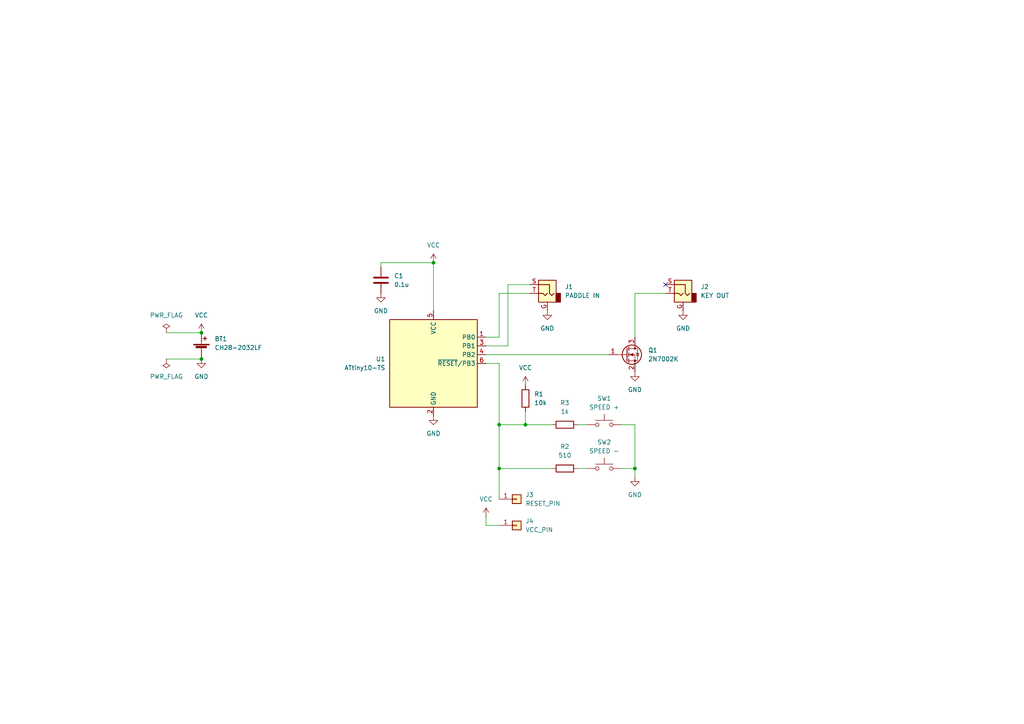
<source format=kicad_sch>
(kicad_sch (version 20211123) (generator eeschema)

  (uuid e63e39d7-6ac0-4ffd-8aa3-1841a4541b55)

  (paper "A4")

  (title_block
    (title "Tiny CW Keyer")
    (rev "v1.0")
  )

  (lib_symbols
    (symbol "Connector:AudioJack2_Ground" (in_bom yes) (on_board yes)
      (property "Reference" "J" (id 0) (at 0 8.89 0)
        (effects (font (size 1.27 1.27)))
      )
      (property "Value" "AudioJack2_Ground" (id 1) (at 0 6.35 0)
        (effects (font (size 1.27 1.27)))
      )
      (property "Footprint" "" (id 2) (at 0 0 0)
        (effects (font (size 1.27 1.27)) hide)
      )
      (property "Datasheet" "~" (id 3) (at 0 0 0)
        (effects (font (size 1.27 1.27)) hide)
      )
      (property "ki_keywords" "audio jack receptacle mono phone headphone TS connector" (id 4) (at 0 0 0)
        (effects (font (size 1.27 1.27)) hide)
      )
      (property "ki_description" "Audio Jack, 2 Poles (Mono / TS), Grounded Sleeve" (id 5) (at 0 0 0)
        (effects (font (size 1.27 1.27)) hide)
      )
      (property "ki_fp_filters" "Jack*" (id 6) (at 0 0 0)
        (effects (font (size 1.27 1.27)) hide)
      )
      (symbol "AudioJack2_Ground_0_1"
        (rectangle (start -2.54 -2.54) (end -3.81 0)
          (stroke (width 0.254) (type default) (color 0 0 0 0))
          (fill (type outline))
        )
        (polyline
          (pts
            (xy 0 0)
            (xy 0.635 -0.635)
            (xy 1.27 0)
            (xy 2.54 0)
          )
          (stroke (width 0.254) (type default) (color 0 0 0 0))
          (fill (type none))
        )
        (polyline
          (pts
            (xy 2.54 2.54)
            (xy -0.635 2.54)
            (xy -0.635 0)
            (xy -1.27 -0.635)
            (xy -1.905 0)
          )
          (stroke (width 0.254) (type default) (color 0 0 0 0))
          (fill (type none))
        )
        (rectangle (start 2.54 3.81) (end -2.54 -2.54)
          (stroke (width 0.254) (type default) (color 0 0 0 0))
          (fill (type background))
        )
      )
      (symbol "AudioJack2_Ground_1_1"
        (pin passive line (at 0 -5.08 90) (length 2.54)
          (name "~" (effects (font (size 1.27 1.27))))
          (number "G" (effects (font (size 1.27 1.27))))
        )
        (pin passive line (at 5.08 2.54 180) (length 2.54)
          (name "~" (effects (font (size 1.27 1.27))))
          (number "S" (effects (font (size 1.27 1.27))))
        )
        (pin passive line (at 5.08 0 180) (length 2.54)
          (name "~" (effects (font (size 1.27 1.27))))
          (number "T" (effects (font (size 1.27 1.27))))
        )
      )
    )
    (symbol "Connector_Generic:Conn_01x01" (pin_names (offset 1.016) hide) (in_bom yes) (on_board yes)
      (property "Reference" "J" (id 0) (at 0 2.54 0)
        (effects (font (size 1.27 1.27)))
      )
      (property "Value" "Conn_01x01" (id 1) (at 0 -2.54 0)
        (effects (font (size 1.27 1.27)))
      )
      (property "Footprint" "" (id 2) (at 0 0 0)
        (effects (font (size 1.27 1.27)) hide)
      )
      (property "Datasheet" "~" (id 3) (at 0 0 0)
        (effects (font (size 1.27 1.27)) hide)
      )
      (property "ki_keywords" "connector" (id 4) (at 0 0 0)
        (effects (font (size 1.27 1.27)) hide)
      )
      (property "ki_description" "Generic connector, single row, 01x01, script generated (kicad-library-utils/schlib/autogen/connector/)" (id 5) (at 0 0 0)
        (effects (font (size 1.27 1.27)) hide)
      )
      (property "ki_fp_filters" "Connector*:*_1x??_*" (id 6) (at 0 0 0)
        (effects (font (size 1.27 1.27)) hide)
      )
      (symbol "Conn_01x01_1_1"
        (rectangle (start -1.27 0.127) (end 0 -0.127)
          (stroke (width 0.1524) (type default) (color 0 0 0 0))
          (fill (type none))
        )
        (rectangle (start -1.27 1.27) (end 1.27 -1.27)
          (stroke (width 0.254) (type default) (color 0 0 0 0))
          (fill (type background))
        )
        (pin passive line (at -5.08 0 0) (length 3.81)
          (name "Pin_1" (effects (font (size 1.27 1.27))))
          (number "1" (effects (font (size 1.27 1.27))))
        )
      )
    )
    (symbol "Device:Battery_Cell" (pin_numbers hide) (pin_names (offset 0) hide) (in_bom yes) (on_board yes)
      (property "Reference" "BT" (id 0) (at 2.54 2.54 0)
        (effects (font (size 1.27 1.27)) (justify left))
      )
      (property "Value" "Battery_Cell" (id 1) (at 2.54 0 0)
        (effects (font (size 1.27 1.27)) (justify left))
      )
      (property "Footprint" "" (id 2) (at 0 1.524 90)
        (effects (font (size 1.27 1.27)) hide)
      )
      (property "Datasheet" "~" (id 3) (at 0 1.524 90)
        (effects (font (size 1.27 1.27)) hide)
      )
      (property "ki_keywords" "battery cell" (id 4) (at 0 0 0)
        (effects (font (size 1.27 1.27)) hide)
      )
      (property "ki_description" "Single-cell battery" (id 5) (at 0 0 0)
        (effects (font (size 1.27 1.27)) hide)
      )
      (symbol "Battery_Cell_0_1"
        (rectangle (start -2.286 1.778) (end 2.286 1.524)
          (stroke (width 0) (type default) (color 0 0 0 0))
          (fill (type outline))
        )
        (rectangle (start -1.5748 1.1938) (end 1.4732 0.6858)
          (stroke (width 0) (type default) (color 0 0 0 0))
          (fill (type outline))
        )
        (polyline
          (pts
            (xy 0 0.762)
            (xy 0 0)
          )
          (stroke (width 0) (type default) (color 0 0 0 0))
          (fill (type none))
        )
        (polyline
          (pts
            (xy 0 1.778)
            (xy 0 2.54)
          )
          (stroke (width 0) (type default) (color 0 0 0 0))
          (fill (type none))
        )
        (polyline
          (pts
            (xy 0.508 3.429)
            (xy 1.524 3.429)
          )
          (stroke (width 0.254) (type default) (color 0 0 0 0))
          (fill (type none))
        )
        (polyline
          (pts
            (xy 1.016 3.937)
            (xy 1.016 2.921)
          )
          (stroke (width 0.254) (type default) (color 0 0 0 0))
          (fill (type none))
        )
      )
      (symbol "Battery_Cell_1_1"
        (pin passive line (at 0 5.08 270) (length 2.54)
          (name "+" (effects (font (size 1.27 1.27))))
          (number "1" (effects (font (size 1.27 1.27))))
        )
        (pin passive line (at 0 -2.54 90) (length 2.54)
          (name "-" (effects (font (size 1.27 1.27))))
          (number "2" (effects (font (size 1.27 1.27))))
        )
      )
    )
    (symbol "Device:C" (pin_numbers hide) (pin_names (offset 0.254)) (in_bom yes) (on_board yes)
      (property "Reference" "C" (id 0) (at 0.635 2.54 0)
        (effects (font (size 1.27 1.27)) (justify left))
      )
      (property "Value" "C" (id 1) (at 0.635 -2.54 0)
        (effects (font (size 1.27 1.27)) (justify left))
      )
      (property "Footprint" "" (id 2) (at 0.9652 -3.81 0)
        (effects (font (size 1.27 1.27)) hide)
      )
      (property "Datasheet" "~" (id 3) (at 0 0 0)
        (effects (font (size 1.27 1.27)) hide)
      )
      (property "ki_keywords" "cap capacitor" (id 4) (at 0 0 0)
        (effects (font (size 1.27 1.27)) hide)
      )
      (property "ki_description" "Unpolarized capacitor" (id 5) (at 0 0 0)
        (effects (font (size 1.27 1.27)) hide)
      )
      (property "ki_fp_filters" "C_*" (id 6) (at 0 0 0)
        (effects (font (size 1.27 1.27)) hide)
      )
      (symbol "C_0_1"
        (polyline
          (pts
            (xy -2.032 -0.762)
            (xy 2.032 -0.762)
          )
          (stroke (width 0.508) (type default) (color 0 0 0 0))
          (fill (type none))
        )
        (polyline
          (pts
            (xy -2.032 0.762)
            (xy 2.032 0.762)
          )
          (stroke (width 0.508) (type default) (color 0 0 0 0))
          (fill (type none))
        )
      )
      (symbol "C_1_1"
        (pin passive line (at 0 3.81 270) (length 2.794)
          (name "~" (effects (font (size 1.27 1.27))))
          (number "1" (effects (font (size 1.27 1.27))))
        )
        (pin passive line (at 0 -3.81 90) (length 2.794)
          (name "~" (effects (font (size 1.27 1.27))))
          (number "2" (effects (font (size 1.27 1.27))))
        )
      )
    )
    (symbol "Device:Q_NMOS_GSD" (pin_names (offset 0) hide) (in_bom yes) (on_board yes)
      (property "Reference" "Q" (id 0) (at 5.08 1.27 0)
        (effects (font (size 1.27 1.27)) (justify left))
      )
      (property "Value" "Q_NMOS_GSD" (id 1) (at 5.08 -1.27 0)
        (effects (font (size 1.27 1.27)) (justify left))
      )
      (property "Footprint" "" (id 2) (at 5.08 2.54 0)
        (effects (font (size 1.27 1.27)) hide)
      )
      (property "Datasheet" "~" (id 3) (at 0 0 0)
        (effects (font (size 1.27 1.27)) hide)
      )
      (property "ki_keywords" "transistor NMOS N-MOS N-MOSFET" (id 4) (at 0 0 0)
        (effects (font (size 1.27 1.27)) hide)
      )
      (property "ki_description" "N-MOSFET transistor, gate/source/drain" (id 5) (at 0 0 0)
        (effects (font (size 1.27 1.27)) hide)
      )
      (symbol "Q_NMOS_GSD_0_1"
        (polyline
          (pts
            (xy 0.254 0)
            (xy -2.54 0)
          )
          (stroke (width 0) (type default) (color 0 0 0 0))
          (fill (type none))
        )
        (polyline
          (pts
            (xy 0.254 1.905)
            (xy 0.254 -1.905)
          )
          (stroke (width 0.254) (type default) (color 0 0 0 0))
          (fill (type none))
        )
        (polyline
          (pts
            (xy 0.762 -1.27)
            (xy 0.762 -2.286)
          )
          (stroke (width 0.254) (type default) (color 0 0 0 0))
          (fill (type none))
        )
        (polyline
          (pts
            (xy 0.762 0.508)
            (xy 0.762 -0.508)
          )
          (stroke (width 0.254) (type default) (color 0 0 0 0))
          (fill (type none))
        )
        (polyline
          (pts
            (xy 0.762 2.286)
            (xy 0.762 1.27)
          )
          (stroke (width 0.254) (type default) (color 0 0 0 0))
          (fill (type none))
        )
        (polyline
          (pts
            (xy 2.54 2.54)
            (xy 2.54 1.778)
          )
          (stroke (width 0) (type default) (color 0 0 0 0))
          (fill (type none))
        )
        (polyline
          (pts
            (xy 2.54 -2.54)
            (xy 2.54 0)
            (xy 0.762 0)
          )
          (stroke (width 0) (type default) (color 0 0 0 0))
          (fill (type none))
        )
        (polyline
          (pts
            (xy 0.762 -1.778)
            (xy 3.302 -1.778)
            (xy 3.302 1.778)
            (xy 0.762 1.778)
          )
          (stroke (width 0) (type default) (color 0 0 0 0))
          (fill (type none))
        )
        (polyline
          (pts
            (xy 1.016 0)
            (xy 2.032 0.381)
            (xy 2.032 -0.381)
            (xy 1.016 0)
          )
          (stroke (width 0) (type default) (color 0 0 0 0))
          (fill (type outline))
        )
        (polyline
          (pts
            (xy 2.794 0.508)
            (xy 2.921 0.381)
            (xy 3.683 0.381)
            (xy 3.81 0.254)
          )
          (stroke (width 0) (type default) (color 0 0 0 0))
          (fill (type none))
        )
        (polyline
          (pts
            (xy 3.302 0.381)
            (xy 2.921 -0.254)
            (xy 3.683 -0.254)
            (xy 3.302 0.381)
          )
          (stroke (width 0) (type default) (color 0 0 0 0))
          (fill (type none))
        )
        (circle (center 1.651 0) (radius 2.794)
          (stroke (width 0.254) (type default) (color 0 0 0 0))
          (fill (type none))
        )
        (circle (center 2.54 -1.778) (radius 0.254)
          (stroke (width 0) (type default) (color 0 0 0 0))
          (fill (type outline))
        )
        (circle (center 2.54 1.778) (radius 0.254)
          (stroke (width 0) (type default) (color 0 0 0 0))
          (fill (type outline))
        )
      )
      (symbol "Q_NMOS_GSD_1_1"
        (pin input line (at -5.08 0 0) (length 2.54)
          (name "G" (effects (font (size 1.27 1.27))))
          (number "1" (effects (font (size 1.27 1.27))))
        )
        (pin passive line (at 2.54 -5.08 90) (length 2.54)
          (name "S" (effects (font (size 1.27 1.27))))
          (number "2" (effects (font (size 1.27 1.27))))
        )
        (pin passive line (at 2.54 5.08 270) (length 2.54)
          (name "D" (effects (font (size 1.27 1.27))))
          (number "3" (effects (font (size 1.27 1.27))))
        )
      )
    )
    (symbol "Device:R" (pin_numbers hide) (pin_names (offset 0)) (in_bom yes) (on_board yes)
      (property "Reference" "R" (id 0) (at 2.032 0 90)
        (effects (font (size 1.27 1.27)))
      )
      (property "Value" "R" (id 1) (at 0 0 90)
        (effects (font (size 1.27 1.27)))
      )
      (property "Footprint" "" (id 2) (at -1.778 0 90)
        (effects (font (size 1.27 1.27)) hide)
      )
      (property "Datasheet" "~" (id 3) (at 0 0 0)
        (effects (font (size 1.27 1.27)) hide)
      )
      (property "ki_keywords" "R res resistor" (id 4) (at 0 0 0)
        (effects (font (size 1.27 1.27)) hide)
      )
      (property "ki_description" "Resistor" (id 5) (at 0 0 0)
        (effects (font (size 1.27 1.27)) hide)
      )
      (property "ki_fp_filters" "R_*" (id 6) (at 0 0 0)
        (effects (font (size 1.27 1.27)) hide)
      )
      (symbol "R_0_1"
        (rectangle (start -1.016 -2.54) (end 1.016 2.54)
          (stroke (width 0.254) (type default) (color 0 0 0 0))
          (fill (type none))
        )
      )
      (symbol "R_1_1"
        (pin passive line (at 0 3.81 270) (length 1.27)
          (name "~" (effects (font (size 1.27 1.27))))
          (number "1" (effects (font (size 1.27 1.27))))
        )
        (pin passive line (at 0 -3.81 90) (length 1.27)
          (name "~" (effects (font (size 1.27 1.27))))
          (number "2" (effects (font (size 1.27 1.27))))
        )
      )
    )
    (symbol "MCU_Microchip_ATtiny:ATtiny10-TS" (in_bom yes) (on_board yes)
      (property "Reference" "U" (id 0) (at -12.7 13.97 0)
        (effects (font (size 1.27 1.27)) (justify left bottom))
      )
      (property "Value" "ATtiny10-TS" (id 1) (at 2.54 -13.97 0)
        (effects (font (size 1.27 1.27)) (justify left top))
      )
      (property "Footprint" "Package_TO_SOT_SMD:SOT-23-6" (id 2) (at 0 0 0)
        (effects (font (size 1.27 1.27) italic) hide)
      )
      (property "Datasheet" "http://ww1.microchip.com/downloads/en/DeviceDoc/Atmel-8127-AVR-8-bit-Microcontroller-ATtiny4-ATtiny5-ATtiny9-ATtiny10_Datasheet.pdf" (id 3) (at 0 0 0)
        (effects (font (size 1.27 1.27)) hide)
      )
      (property "ki_keywords" "AVR 8bit Microcontroller tinyAVR" (id 4) (at 0 0 0)
        (effects (font (size 1.27 1.27)) hide)
      )
      (property "ki_description" "12MHz, 1kB Flash, 32B SRAM, No EEPROM, ADC, SOT-23-6" (id 5) (at 0 0 0)
        (effects (font (size 1.27 1.27)) hide)
      )
      (property "ki_fp_filters" "SOT?23?6*" (id 6) (at 0 0 0)
        (effects (font (size 1.27 1.27)) hide)
      )
      (symbol "ATtiny10-TS_0_1"
        (rectangle (start -12.7 -12.7) (end 12.7 12.7)
          (stroke (width 0.254) (type default) (color 0 0 0 0))
          (fill (type background))
        )
      )
      (symbol "ATtiny10-TS_1_1"
        (pin bidirectional line (at 15.24 7.62 180) (length 2.54)
          (name "PB0" (effects (font (size 1.27 1.27))))
          (number "1" (effects (font (size 1.27 1.27))))
        )
        (pin power_in line (at 0 -15.24 90) (length 2.54)
          (name "GND" (effects (font (size 1.27 1.27))))
          (number "2" (effects (font (size 1.27 1.27))))
        )
        (pin bidirectional line (at 15.24 5.08 180) (length 2.54)
          (name "PB1" (effects (font (size 1.27 1.27))))
          (number "3" (effects (font (size 1.27 1.27))))
        )
        (pin bidirectional line (at 15.24 2.54 180) (length 2.54)
          (name "PB2" (effects (font (size 1.27 1.27))))
          (number "4" (effects (font (size 1.27 1.27))))
        )
        (pin power_in line (at 0 15.24 270) (length 2.54)
          (name "VCC" (effects (font (size 1.27 1.27))))
          (number "5" (effects (font (size 1.27 1.27))))
        )
        (pin bidirectional line (at 15.24 0 180) (length 2.54)
          (name "~{RESET}/PB3" (effects (font (size 1.27 1.27))))
          (number "6" (effects (font (size 1.27 1.27))))
        )
      )
    )
    (symbol "Switch:SW_Push" (pin_numbers hide) (pin_names (offset 1.016) hide) (in_bom yes) (on_board yes)
      (property "Reference" "SW" (id 0) (at 1.27 2.54 0)
        (effects (font (size 1.27 1.27)) (justify left))
      )
      (property "Value" "SW_Push" (id 1) (at 0 -1.524 0)
        (effects (font (size 1.27 1.27)))
      )
      (property "Footprint" "" (id 2) (at 0 5.08 0)
        (effects (font (size 1.27 1.27)) hide)
      )
      (property "Datasheet" "~" (id 3) (at 0 5.08 0)
        (effects (font (size 1.27 1.27)) hide)
      )
      (property "ki_keywords" "switch normally-open pushbutton push-button" (id 4) (at 0 0 0)
        (effects (font (size 1.27 1.27)) hide)
      )
      (property "ki_description" "Push button switch, generic, two pins" (id 5) (at 0 0 0)
        (effects (font (size 1.27 1.27)) hide)
      )
      (symbol "SW_Push_0_1"
        (circle (center -2.032 0) (radius 0.508)
          (stroke (width 0) (type default) (color 0 0 0 0))
          (fill (type none))
        )
        (polyline
          (pts
            (xy 0 1.27)
            (xy 0 3.048)
          )
          (stroke (width 0) (type default) (color 0 0 0 0))
          (fill (type none))
        )
        (polyline
          (pts
            (xy 2.54 1.27)
            (xy -2.54 1.27)
          )
          (stroke (width 0) (type default) (color 0 0 0 0))
          (fill (type none))
        )
        (circle (center 2.032 0) (radius 0.508)
          (stroke (width 0) (type default) (color 0 0 0 0))
          (fill (type none))
        )
        (pin passive line (at -5.08 0 0) (length 2.54)
          (name "1" (effects (font (size 1.27 1.27))))
          (number "1" (effects (font (size 1.27 1.27))))
        )
        (pin passive line (at 5.08 0 180) (length 2.54)
          (name "2" (effects (font (size 1.27 1.27))))
          (number "2" (effects (font (size 1.27 1.27))))
        )
      )
    )
    (symbol "power:GND" (power) (pin_names (offset 0)) (in_bom yes) (on_board yes)
      (property "Reference" "#PWR" (id 0) (at 0 -6.35 0)
        (effects (font (size 1.27 1.27)) hide)
      )
      (property "Value" "GND" (id 1) (at 0 -3.81 0)
        (effects (font (size 1.27 1.27)))
      )
      (property "Footprint" "" (id 2) (at 0 0 0)
        (effects (font (size 1.27 1.27)) hide)
      )
      (property "Datasheet" "" (id 3) (at 0 0 0)
        (effects (font (size 1.27 1.27)) hide)
      )
      (property "ki_keywords" "power-flag" (id 4) (at 0 0 0)
        (effects (font (size 1.27 1.27)) hide)
      )
      (property "ki_description" "Power symbol creates a global label with name \"GND\" , ground" (id 5) (at 0 0 0)
        (effects (font (size 1.27 1.27)) hide)
      )
      (symbol "GND_0_1"
        (polyline
          (pts
            (xy 0 0)
            (xy 0 -1.27)
            (xy 1.27 -1.27)
            (xy 0 -2.54)
            (xy -1.27 -1.27)
            (xy 0 -1.27)
          )
          (stroke (width 0) (type default) (color 0 0 0 0))
          (fill (type none))
        )
      )
      (symbol "GND_1_1"
        (pin power_in line (at 0 0 270) (length 0) hide
          (name "GND" (effects (font (size 1.27 1.27))))
          (number "1" (effects (font (size 1.27 1.27))))
        )
      )
    )
    (symbol "power:PWR_FLAG" (power) (pin_numbers hide) (pin_names (offset 0) hide) (in_bom yes) (on_board yes)
      (property "Reference" "#FLG" (id 0) (at 0 1.905 0)
        (effects (font (size 1.27 1.27)) hide)
      )
      (property "Value" "PWR_FLAG" (id 1) (at 0 3.81 0)
        (effects (font (size 1.27 1.27)))
      )
      (property "Footprint" "" (id 2) (at 0 0 0)
        (effects (font (size 1.27 1.27)) hide)
      )
      (property "Datasheet" "~" (id 3) (at 0 0 0)
        (effects (font (size 1.27 1.27)) hide)
      )
      (property "ki_keywords" "power-flag" (id 4) (at 0 0 0)
        (effects (font (size 1.27 1.27)) hide)
      )
      (property "ki_description" "Special symbol for telling ERC where power comes from" (id 5) (at 0 0 0)
        (effects (font (size 1.27 1.27)) hide)
      )
      (symbol "PWR_FLAG_0_0"
        (pin power_out line (at 0 0 90) (length 0)
          (name "pwr" (effects (font (size 1.27 1.27))))
          (number "1" (effects (font (size 1.27 1.27))))
        )
      )
      (symbol "PWR_FLAG_0_1"
        (polyline
          (pts
            (xy 0 0)
            (xy 0 1.27)
            (xy -1.016 1.905)
            (xy 0 2.54)
            (xy 1.016 1.905)
            (xy 0 1.27)
          )
          (stroke (width 0) (type default) (color 0 0 0 0))
          (fill (type none))
        )
      )
    )
    (symbol "power:VCC" (power) (pin_names (offset 0)) (in_bom yes) (on_board yes)
      (property "Reference" "#PWR" (id 0) (at 0 -3.81 0)
        (effects (font (size 1.27 1.27)) hide)
      )
      (property "Value" "VCC" (id 1) (at 0 3.81 0)
        (effects (font (size 1.27 1.27)))
      )
      (property "Footprint" "" (id 2) (at 0 0 0)
        (effects (font (size 1.27 1.27)) hide)
      )
      (property "Datasheet" "" (id 3) (at 0 0 0)
        (effects (font (size 1.27 1.27)) hide)
      )
      (property "ki_keywords" "power-flag" (id 4) (at 0 0 0)
        (effects (font (size 1.27 1.27)) hide)
      )
      (property "ki_description" "Power symbol creates a global label with name \"VCC\"" (id 5) (at 0 0 0)
        (effects (font (size 1.27 1.27)) hide)
      )
      (symbol "VCC_0_1"
        (polyline
          (pts
            (xy -0.762 1.27)
            (xy 0 2.54)
          )
          (stroke (width 0) (type default) (color 0 0 0 0))
          (fill (type none))
        )
        (polyline
          (pts
            (xy 0 0)
            (xy 0 2.54)
          )
          (stroke (width 0) (type default) (color 0 0 0 0))
          (fill (type none))
        )
        (polyline
          (pts
            (xy 0 2.54)
            (xy 0.762 1.27)
          )
          (stroke (width 0) (type default) (color 0 0 0 0))
          (fill (type none))
        )
      )
      (symbol "VCC_1_1"
        (pin power_in line (at 0 0 90) (length 0) hide
          (name "VCC" (effects (font (size 1.27 1.27))))
          (number "1" (effects (font (size 1.27 1.27))))
        )
      )
    )
  )

  (junction (at 144.78 135.89) (diameter 0) (color 0 0 0 0)
    (uuid 038d2593-1b68-4234-bc08-9b1df2100649)
  )
  (junction (at 144.78 123.19) (diameter 0) (color 0 0 0 0)
    (uuid 64409d1a-9b99-4f5b-a430-135e1ad6f25e)
  )
  (junction (at 184.15 135.89) (diameter 0) (color 0 0 0 0)
    (uuid 65db4243-9ae7-45e4-b534-3bebc9c8313e)
  )
  (junction (at 152.4 123.19) (diameter 0) (color 0 0 0 0)
    (uuid 7a0cdf6b-e56b-49a5-98b2-d84871c05211)
  )
  (junction (at 58.42 96.52) (diameter 0) (color 0 0 0 0)
    (uuid c65dde47-16f3-4852-b566-30a2c9e4d8a5)
  )
  (junction (at 125.73 76.2) (diameter 0) (color 0 0 0 0)
    (uuid cd421eaa-e925-4abd-8697-4a9e004ef7e6)
  )
  (junction (at 58.42 104.14) (diameter 0) (color 0 0 0 0)
    (uuid f3da4655-7db1-4e77-95aa-f501dd8adf70)
  )

  (no_connect (at 193.04 82.55) (uuid e26458db-ffb9-4a18-886d-cfa3a8d4f544))

  (wire (pts (xy 144.78 85.09) (xy 144.78 97.79))
    (stroke (width 0) (type default) (color 0 0 0 0))
    (uuid 0538f52d-207b-44c7-b497-cfb0c5040bce)
  )
  (wire (pts (xy 144.78 105.41) (xy 144.78 123.19))
    (stroke (width 0) (type default) (color 0 0 0 0))
    (uuid 08e75c21-cb30-40d1-af17-12efb152bddb)
  )
  (wire (pts (xy 125.73 76.2) (xy 125.73 90.17))
    (stroke (width 0) (type default) (color 0 0 0 0))
    (uuid 0b525bbc-8310-4bdf-ab3c-2f179935af99)
  )
  (wire (pts (xy 144.78 123.19) (xy 144.78 135.89))
    (stroke (width 0) (type default) (color 0 0 0 0))
    (uuid 0c0a6414-6c9e-4d55-9a54-d3ffcadfe152)
  )
  (wire (pts (xy 180.34 123.19) (xy 184.15 123.19))
    (stroke (width 0) (type default) (color 0 0 0 0))
    (uuid 158bb4c0-811d-4da0-8ce4-3f4dcc493aff)
  )
  (wire (pts (xy 147.32 100.33) (xy 140.97 100.33))
    (stroke (width 0) (type default) (color 0 0 0 0))
    (uuid 25bf2f4f-f68e-4667-add2-543777a27bc7)
  )
  (wire (pts (xy 184.15 123.19) (xy 184.15 135.89))
    (stroke (width 0) (type default) (color 0 0 0 0))
    (uuid 28054c12-d9c0-4c99-b5e0-741e193d4d30)
  )
  (wire (pts (xy 144.78 135.89) (xy 160.02 135.89))
    (stroke (width 0) (type default) (color 0 0 0 0))
    (uuid 3045c448-8f84-4260-b2e8-a0d115a270b2)
  )
  (wire (pts (xy 140.97 149.86) (xy 140.97 152.4))
    (stroke (width 0) (type default) (color 0 0 0 0))
    (uuid 43cd317e-ff63-4a61-8c9c-654fbd4be819)
  )
  (wire (pts (xy 170.18 123.19) (xy 167.64 123.19))
    (stroke (width 0) (type default) (color 0 0 0 0))
    (uuid 4536d474-d6f3-4c79-8a29-57eef91fa233)
  )
  (wire (pts (xy 153.67 85.09) (xy 144.78 85.09))
    (stroke (width 0) (type default) (color 0 0 0 0))
    (uuid 45617d82-b7ce-4f18-bb05-846fa89e1eb9)
  )
  (wire (pts (xy 48.26 104.14) (xy 58.42 104.14))
    (stroke (width 0) (type default) (color 0 0 0 0))
    (uuid 461ef299-9139-4a85-b503-5f54cc3085b5)
  )
  (wire (pts (xy 110.49 76.2) (xy 125.73 76.2))
    (stroke (width 0) (type default) (color 0 0 0 0))
    (uuid 487e8f5e-72de-44b3-aa88-e4b709ae770a)
  )
  (wire (pts (xy 144.78 135.89) (xy 144.78 144.78))
    (stroke (width 0) (type default) (color 0 0 0 0))
    (uuid 48f2cd19-c155-439b-ac8a-c0b8b4679524)
  )
  (wire (pts (xy 152.4 123.19) (xy 160.02 123.19))
    (stroke (width 0) (type default) (color 0 0 0 0))
    (uuid 559bb1e4-4761-4882-b167-4c24ef8accaa)
  )
  (wire (pts (xy 48.26 96.52) (xy 58.42 96.52))
    (stroke (width 0) (type default) (color 0 0 0 0))
    (uuid 59a1307b-45fe-4f78-9669-60489c19b221)
  )
  (wire (pts (xy 193.04 85.09) (xy 184.15 85.09))
    (stroke (width 0) (type default) (color 0 0 0 0))
    (uuid 63785a69-224d-4313-a0a5-a2a33df66222)
  )
  (wire (pts (xy 152.4 119.38) (xy 152.4 123.19))
    (stroke (width 0) (type default) (color 0 0 0 0))
    (uuid 66db50b6-9406-48d6-aed9-3bd6ebfaa94a)
  )
  (wire (pts (xy 167.64 135.89) (xy 170.18 135.89))
    (stroke (width 0) (type default) (color 0 0 0 0))
    (uuid 6865dc69-93b1-4587-ac07-d7513b921d4c)
  )
  (wire (pts (xy 110.49 76.2) (xy 110.49 77.47))
    (stroke (width 0) (type default) (color 0 0 0 0))
    (uuid 6edb4c55-2507-4d01-85f3-2e33e59dbf62)
  )
  (wire (pts (xy 144.78 123.19) (xy 152.4 123.19))
    (stroke (width 0) (type default) (color 0 0 0 0))
    (uuid 7ebf80e7-decb-4ff6-bef8-7e20a57bc242)
  )
  (wire (pts (xy 140.97 102.87) (xy 176.53 102.87))
    (stroke (width 0) (type default) (color 0 0 0 0))
    (uuid 99868213-187a-4505-9d59-40f98d790047)
  )
  (wire (pts (xy 184.15 135.89) (xy 184.15 138.43))
    (stroke (width 0) (type default) (color 0 0 0 0))
    (uuid a5b0a532-2452-438a-914e-dcf8f9290809)
  )
  (wire (pts (xy 140.97 105.41) (xy 144.78 105.41))
    (stroke (width 0) (type default) (color 0 0 0 0))
    (uuid a5dad54e-3f0a-4e35-afde-3d6c94a9c0ad)
  )
  (wire (pts (xy 147.32 82.55) (xy 147.32 100.33))
    (stroke (width 0) (type default) (color 0 0 0 0))
    (uuid bff0b23a-b0e0-4363-ad23-b074efcfade9)
  )
  (wire (pts (xy 140.97 152.4) (xy 144.78 152.4))
    (stroke (width 0) (type default) (color 0 0 0 0))
    (uuid c2497ff4-d59c-4b6e-841c-c63bee077dd8)
  )
  (wire (pts (xy 153.67 82.55) (xy 147.32 82.55))
    (stroke (width 0) (type default) (color 0 0 0 0))
    (uuid d51356de-7a08-4f61-8d59-ec2de526438e)
  )
  (wire (pts (xy 144.78 97.79) (xy 140.97 97.79))
    (stroke (width 0) (type default) (color 0 0 0 0))
    (uuid e7fb191c-ce88-4d54-9c1d-fcea908467aa)
  )
  (wire (pts (xy 180.34 135.89) (xy 184.15 135.89))
    (stroke (width 0) (type default) (color 0 0 0 0))
    (uuid f79788e7-0ea2-4e3c-80db-6532f7111aca)
  )
  (wire (pts (xy 184.15 85.09) (xy 184.15 97.79))
    (stroke (width 0) (type default) (color 0 0 0 0))
    (uuid fdde524f-6ee1-4908-839a-fb6bfecdb38e)
  )

  (symbol (lib_id "power:VCC") (at 58.42 96.52 0) (unit 1)
    (in_bom yes) (on_board yes) (fields_autoplaced)
    (uuid 004d701c-7e69-4a10-9c95-7de04fa2be20)
    (property "Reference" "#PWR0106" (id 0) (at 58.42 100.33 0)
      (effects (font (size 1.27 1.27)) hide)
    )
    (property "Value" "VCC" (id 1) (at 58.42 91.44 0))
    (property "Footprint" "" (id 2) (at 58.42 96.52 0)
      (effects (font (size 1.27 1.27)) hide)
    )
    (property "Datasheet" "" (id 3) (at 58.42 96.52 0)
      (effects (font (size 1.27 1.27)) hide)
    )
    (pin "1" (uuid a86ce70c-0b0b-4e00-81fd-fa720b16c5ec))
  )

  (symbol (lib_id "power:GND") (at 158.75 90.17 0) (unit 1)
    (in_bom yes) (on_board yes) (fields_autoplaced)
    (uuid 09cd499f-656f-4848-8890-0f9376d868d6)
    (property "Reference" "#PWR0103" (id 0) (at 158.75 96.52 0)
      (effects (font (size 1.27 1.27)) hide)
    )
    (property "Value" "GND" (id 1) (at 158.75 95.25 0))
    (property "Footprint" "" (id 2) (at 158.75 90.17 0)
      (effects (font (size 1.27 1.27)) hide)
    )
    (property "Datasheet" "" (id 3) (at 158.75 90.17 0)
      (effects (font (size 1.27 1.27)) hide)
    )
    (pin "1" (uuid 88780aef-fe85-4715-9a4a-d38adccb67c7))
  )

  (symbol (lib_id "MCU_Microchip_ATtiny:ATtiny10-TS") (at 125.73 105.41 0) (unit 1)
    (in_bom yes) (on_board yes) (fields_autoplaced)
    (uuid 13dac8eb-146e-4e11-9e0d-936621b9b5eb)
    (property "Reference" "U1" (id 0) (at 111.76 104.1399 0)
      (effects (font (size 1.27 1.27)) (justify right))
    )
    (property "Value" "ATtiny10-TS" (id 1) (at 111.76 106.6799 0)
      (effects (font (size 1.27 1.27)) (justify right))
    )
    (property "Footprint" "Package_TO_SOT_SMD:SOT-23-6" (id 2) (at 125.73 105.41 0)
      (effects (font (size 1.27 1.27) italic) hide)
    )
    (property "Datasheet" "http://ww1.microchip.com/downloads/en/DeviceDoc/Atmel-8127-AVR-8-bit-Microcontroller-ATtiny4-ATtiny5-ATtiny9-ATtiny10_Datasheet.pdf" (id 3) (at 125.73 105.41 0)
      (effects (font (size 1.27 1.27)) hide)
    )
    (pin "1" (uuid 8046c83c-c61c-41c3-b287-d5a54cd328b5))
    (pin "2" (uuid 4702a82e-cce4-49a1-9730-5350ecda1999))
    (pin "3" (uuid 3d98718b-dffb-400e-972c-e251ab4b6378))
    (pin "4" (uuid 52ea611a-f15b-4fb4-859d-c0c2aa46f7bf))
    (pin "5" (uuid bddec3db-8673-4866-9549-a142b1e8a83c))
    (pin "6" (uuid d2ac85b6-b30e-4846-8881-2275d69de919))
  )

  (symbol (lib_id "power:VCC") (at 152.4 111.76 0) (unit 1)
    (in_bom yes) (on_board yes) (fields_autoplaced)
    (uuid 15c638ae-c733-443f-8175-826b5e469c57)
    (property "Reference" "#PWR0110" (id 0) (at 152.4 115.57 0)
      (effects (font (size 1.27 1.27)) hide)
    )
    (property "Value" "VCC" (id 1) (at 152.4 106.68 0))
    (property "Footprint" "" (id 2) (at 152.4 111.76 0)
      (effects (font (size 1.27 1.27)) hide)
    )
    (property "Datasheet" "" (id 3) (at 152.4 111.76 0)
      (effects (font (size 1.27 1.27)) hide)
    )
    (pin "1" (uuid 8545057b-e8b7-49e5-84a2-3b3b90a19bbb))
  )

  (symbol (lib_id "power:VCC") (at 125.73 76.2 0) (unit 1)
    (in_bom yes) (on_board yes) (fields_autoplaced)
    (uuid 1f4758b5-9f3d-445e-bb8b-f092a059b55a)
    (property "Reference" "#PWR0109" (id 0) (at 125.73 80.01 0)
      (effects (font (size 1.27 1.27)) hide)
    )
    (property "Value" "VCC" (id 1) (at 125.73 71.12 0))
    (property "Footprint" "" (id 2) (at 125.73 76.2 0)
      (effects (font (size 1.27 1.27)) hide)
    )
    (property "Datasheet" "" (id 3) (at 125.73 76.2 0)
      (effects (font (size 1.27 1.27)) hide)
    )
    (pin "1" (uuid 7513e428-73d4-4ba4-8feb-8d1e352ab5d3))
  )

  (symbol (lib_id "power:VCC") (at 140.97 149.86 0) (unit 1)
    (in_bom yes) (on_board yes) (fields_autoplaced)
    (uuid 34559d84-b053-4fb0-806f-7963aed49f2b)
    (property "Reference" "#PWR0111" (id 0) (at 140.97 153.67 0)
      (effects (font (size 1.27 1.27)) hide)
    )
    (property "Value" "VCC" (id 1) (at 140.97 144.78 0))
    (property "Footprint" "" (id 2) (at 140.97 149.86 0)
      (effects (font (size 1.27 1.27)) hide)
    )
    (property "Datasheet" "" (id 3) (at 140.97 149.86 0)
      (effects (font (size 1.27 1.27)) hide)
    )
    (pin "1" (uuid 2b1465e5-c8b8-4e46-8457-972e073117fd))
  )

  (symbol (lib_id "Switch:SW_Push") (at 175.26 135.89 0) (unit 1)
    (in_bom yes) (on_board yes) (fields_autoplaced)
    (uuid 38784fd6-99e3-4257-8248-fd50fb0d56b5)
    (property "Reference" "SW2" (id 0) (at 175.26 128.27 0))
    (property "Value" "SPEED -" (id 1) (at 175.26 130.81 0))
    (property "Footprint" "Library:TVAF06-A020B-R" (id 2) (at 175.26 130.81 0)
      (effects (font (size 1.27 1.27)) hide)
    )
    (property "Datasheet" "~" (id 3) (at 175.26 130.81 0)
      (effects (font (size 1.27 1.27)) hide)
    )
    (pin "1" (uuid 5ec25ee7-3872-4cbe-9167-60f7c6fb129f))
    (pin "2" (uuid 18a1ffa1-d189-4748-a51e-4d5b51a0bca0))
  )

  (symbol (lib_id "Device:R") (at 163.83 123.19 90) (unit 1)
    (in_bom yes) (on_board yes) (fields_autoplaced)
    (uuid 4bde790a-641c-490e-8bf2-a0ff7c211aa6)
    (property "Reference" "R3" (id 0) (at 163.83 116.84 90))
    (property "Value" "1k" (id 1) (at 163.83 119.38 90))
    (property "Footprint" "Resistor_SMD:R_0805_2012Metric_Pad1.20x1.40mm_HandSolder" (id 2) (at 163.83 124.968 90)
      (effects (font (size 1.27 1.27)) hide)
    )
    (property "Datasheet" "~" (id 3) (at 163.83 123.19 0)
      (effects (font (size 1.27 1.27)) hide)
    )
    (pin "1" (uuid 5c8a64fd-a51b-4318-a7ad-9c86f78faca3))
    (pin "2" (uuid 98ac6833-4fab-4d12-ac14-ae62d723b8be))
  )

  (symbol (lib_id "Connector:AudioJack2_Ground") (at 158.75 85.09 0) (mirror y) (unit 1)
    (in_bom yes) (on_board yes) (fields_autoplaced)
    (uuid 4c5ccaef-ca90-4b27-ae9d-f0e5c2af3b42)
    (property "Reference" "J1" (id 0) (at 163.83 83.1849 0)
      (effects (font (size 1.27 1.27)) (justify right))
    )
    (property "Value" "PADDLE IN" (id 1) (at 163.83 85.7249 0)
      (effects (font (size 1.27 1.27)) (justify right))
    )
    (property "Footprint" "Connector_Audio:Jack_3.5mm_Switronic_ST-005-G_horizontal" (id 2) (at 158.75 85.09 0)
      (effects (font (size 1.27 1.27)) hide)
    )
    (property "Datasheet" "~" (id 3) (at 158.75 85.09 0)
      (effects (font (size 1.27 1.27)) hide)
    )
    (pin "G" (uuid ca28fc4a-2e02-40ed-9735-6a519a143d9c))
    (pin "S" (uuid ccb798bc-765d-4dcc-82f2-705e6591c16c))
    (pin "T" (uuid f2be6abf-f164-4bc2-9750-268cb2e65ea9))
  )

  (symbol (lib_id "power:GND") (at 184.15 138.43 0) (unit 1)
    (in_bom yes) (on_board yes) (fields_autoplaced)
    (uuid 5d483e65-c3cc-4952-a5e3-81debe6a3129)
    (property "Reference" "#PWR0104" (id 0) (at 184.15 144.78 0)
      (effects (font (size 1.27 1.27)) hide)
    )
    (property "Value" "GND" (id 1) (at 184.15 143.51 0))
    (property "Footprint" "" (id 2) (at 184.15 138.43 0)
      (effects (font (size 1.27 1.27)) hide)
    )
    (property "Datasheet" "" (id 3) (at 184.15 138.43 0)
      (effects (font (size 1.27 1.27)) hide)
    )
    (pin "1" (uuid 70d20478-9ea9-4fde-a5b3-accf3fd43dd3))
  )

  (symbol (lib_id "power:GND") (at 198.12 90.17 0) (unit 1)
    (in_bom yes) (on_board yes) (fields_autoplaced)
    (uuid 6139c8f7-018f-4692-9e06-8efb167aaa9c)
    (property "Reference" "#PWR0101" (id 0) (at 198.12 96.52 0)
      (effects (font (size 1.27 1.27)) hide)
    )
    (property "Value" "GND" (id 1) (at 198.12 95.25 0))
    (property "Footprint" "" (id 2) (at 198.12 90.17 0)
      (effects (font (size 1.27 1.27)) hide)
    )
    (property "Datasheet" "" (id 3) (at 198.12 90.17 0)
      (effects (font (size 1.27 1.27)) hide)
    )
    (pin "1" (uuid 797aa639-894b-4650-a767-8c9ecc99241c))
  )

  (symbol (lib_id "Connector_Generic:Conn_01x01") (at 149.86 144.78 0) (unit 1)
    (in_bom yes) (on_board yes) (fields_autoplaced)
    (uuid 67568772-97cb-47e6-aa4e-f872da0f1589)
    (property "Reference" "J3" (id 0) (at 152.4 143.5099 0)
      (effects (font (size 1.27 1.27)) (justify left))
    )
    (property "Value" "RESET_PIN" (id 1) (at 152.4 146.0499 0)
      (effects (font (size 1.27 1.27)) (justify left))
    )
    (property "Footprint" "Connector_PinHeader_2.54mm:PinHeader_1x01_P2.54mm_Vertical" (id 2) (at 149.86 144.78 0)
      (effects (font (size 1.27 1.27)) hide)
    )
    (property "Datasheet" "~" (id 3) (at 149.86 144.78 0)
      (effects (font (size 1.27 1.27)) hide)
    )
    (pin "1" (uuid 986199a8-d072-44f6-a5ef-14afa0f660c6))
  )

  (symbol (lib_id "power:GND") (at 110.49 85.09 0) (unit 1)
    (in_bom yes) (on_board yes) (fields_autoplaced)
    (uuid 841871d7-5e1c-4fa0-8835-8718784a4771)
    (property "Reference" "#PWR0107" (id 0) (at 110.49 91.44 0)
      (effects (font (size 1.27 1.27)) hide)
    )
    (property "Value" "GND" (id 1) (at 110.49 90.17 0))
    (property "Footprint" "" (id 2) (at 110.49 85.09 0)
      (effects (font (size 1.27 1.27)) hide)
    )
    (property "Datasheet" "" (id 3) (at 110.49 85.09 0)
      (effects (font (size 1.27 1.27)) hide)
    )
    (pin "1" (uuid 63f76310-a018-4659-b511-5bbc853b5dd7))
  )

  (symbol (lib_id "Device:Battery_Cell") (at 58.42 101.6 0) (unit 1)
    (in_bom yes) (on_board yes) (fields_autoplaced)
    (uuid 8d9a3ecc-539f-41da-8099-d37cea9c28e7)
    (property "Reference" "BT1" (id 0) (at 62.23 98.2979 0)
      (effects (font (size 1.27 1.27)) (justify left))
    )
    (property "Value" "CH28-2032LF" (id 1) (at 62.23 100.8379 0)
      (effects (font (size 1.27 1.27)) (justify left))
    )
    (property "Footprint" "Library:CH28-2032LF" (id 2) (at 58.42 100.076 90)
      (effects (font (size 1.27 1.27)) hide)
    )
    (property "Datasheet" "~" (id 3) (at 58.42 100.076 90)
      (effects (font (size 1.27 1.27)) hide)
    )
    (pin "1" (uuid 84e5506c-143e-495f-9aa4-d3a71622f213))
    (pin "2" (uuid 477311b9-8f81-40c8-9c55-fd87e287247a))
  )

  (symbol (lib_id "power:GND") (at 125.73 120.65 0) (unit 1)
    (in_bom yes) (on_board yes) (fields_autoplaced)
    (uuid a088564d-45e9-4a1e-97e5-e0f250e57974)
    (property "Reference" "#PWR0108" (id 0) (at 125.73 127 0)
      (effects (font (size 1.27 1.27)) hide)
    )
    (property "Value" "GND" (id 1) (at 125.73 125.73 0))
    (property "Footprint" "" (id 2) (at 125.73 120.65 0)
      (effects (font (size 1.27 1.27)) hide)
    )
    (property "Datasheet" "" (id 3) (at 125.73 120.65 0)
      (effects (font (size 1.27 1.27)) hide)
    )
    (pin "1" (uuid 801dd6d5-4bdb-4bb9-be36-9cf40103594e))
  )

  (symbol (lib_id "power:GND") (at 184.15 107.95 0) (unit 1)
    (in_bom yes) (on_board yes) (fields_autoplaced)
    (uuid a0eb4503-1249-4981-b55f-738932115d48)
    (property "Reference" "#PWR0102" (id 0) (at 184.15 114.3 0)
      (effects (font (size 1.27 1.27)) hide)
    )
    (property "Value" "GND" (id 1) (at 184.15 113.03 0))
    (property "Footprint" "" (id 2) (at 184.15 107.95 0)
      (effects (font (size 1.27 1.27)) hide)
    )
    (property "Datasheet" "" (id 3) (at 184.15 107.95 0)
      (effects (font (size 1.27 1.27)) hide)
    )
    (pin "1" (uuid 584975e7-548c-4969-bdb9-ce9977884598))
  )

  (symbol (lib_id "Device:R") (at 152.4 115.57 0) (unit 1)
    (in_bom yes) (on_board yes) (fields_autoplaced)
    (uuid a2eba3f7-2ee9-46ea-b707-e734041b1832)
    (property "Reference" "R1" (id 0) (at 154.94 114.2999 0)
      (effects (font (size 1.27 1.27)) (justify left))
    )
    (property "Value" "10k" (id 1) (at 154.94 116.8399 0)
      (effects (font (size 1.27 1.27)) (justify left))
    )
    (property "Footprint" "Resistor_SMD:R_0805_2012Metric_Pad1.20x1.40mm_HandSolder" (id 2) (at 150.622 115.57 90)
      (effects (font (size 1.27 1.27)) hide)
    )
    (property "Datasheet" "~" (id 3) (at 152.4 115.57 0)
      (effects (font (size 1.27 1.27)) hide)
    )
    (pin "1" (uuid 19d18fe3-2819-44c7-8857-93589d01c27c))
    (pin "2" (uuid 80bbff35-305b-4e51-b9d0-be8940a4bbb2))
  )

  (symbol (lib_id "Connector:AudioJack2_Ground") (at 198.12 85.09 0) (mirror y) (unit 1)
    (in_bom yes) (on_board yes) (fields_autoplaced)
    (uuid bd3d4fa7-14ce-471a-b912-06dc2056a746)
    (property "Reference" "J2" (id 0) (at 203.2 83.1849 0)
      (effects (font (size 1.27 1.27)) (justify right))
    )
    (property "Value" "KEY OUT" (id 1) (at 203.2 85.7249 0)
      (effects (font (size 1.27 1.27)) (justify right))
    )
    (property "Footprint" "Connector_Audio:Jack_3.5mm_Switronic_ST-005-G_horizontal" (id 2) (at 198.12 85.09 0)
      (effects (font (size 1.27 1.27)) hide)
    )
    (property "Datasheet" "~" (id 3) (at 198.12 85.09 0)
      (effects (font (size 1.27 1.27)) hide)
    )
    (pin "G" (uuid b412e09a-8492-45d4-b162-9ac5e549312d))
    (pin "S" (uuid 6404963d-3cb6-4cc3-900d-16f289efaa4d))
    (pin "T" (uuid 3acd774c-a502-4f6d-b7fd-a1103ef70212))
  )

  (symbol (lib_id "Device:C") (at 110.49 81.28 0) (unit 1)
    (in_bom yes) (on_board yes) (fields_autoplaced)
    (uuid d2ac5952-6d89-4b18-8a9d-600eb33a388c)
    (property "Reference" "C1" (id 0) (at 114.3 80.0099 0)
      (effects (font (size 1.27 1.27)) (justify left))
    )
    (property "Value" "0.1u" (id 1) (at 114.3 82.5499 0)
      (effects (font (size 1.27 1.27)) (justify left))
    )
    (property "Footprint" "Capacitor_SMD:C_0805_2012Metric_Pad1.18x1.45mm_HandSolder" (id 2) (at 111.4552 85.09 0)
      (effects (font (size 1.27 1.27)) hide)
    )
    (property "Datasheet" "~" (id 3) (at 110.49 81.28 0)
      (effects (font (size 1.27 1.27)) hide)
    )
    (pin "1" (uuid 23c6d82d-055e-483e-90d5-ed81a3f74ad1))
    (pin "2" (uuid 74b3f6bc-0b5b-4d53-bcc4-78521b17c5d7))
  )

  (symbol (lib_id "Device:Q_NMOS_GSD") (at 181.61 102.87 0) (unit 1)
    (in_bom yes) (on_board yes) (fields_autoplaced)
    (uuid d3f055ef-f3d2-49ea-a4d1-c26857ed3592)
    (property "Reference" "Q1" (id 0) (at 187.96 101.5999 0)
      (effects (font (size 1.27 1.27)) (justify left))
    )
    (property "Value" "2N7002K" (id 1) (at 187.96 104.1399 0)
      (effects (font (size 1.27 1.27)) (justify left))
    )
    (property "Footprint" "Package_TO_SOT_SMD:SOT-23_Handsoldering" (id 2) (at 186.69 100.33 0)
      (effects (font (size 1.27 1.27)) hide)
    )
    (property "Datasheet" "~" (id 3) (at 181.61 102.87 0)
      (effects (font (size 1.27 1.27)) hide)
    )
    (pin "1" (uuid 7d0ebe33-f0fd-480e-8246-b968f71087af))
    (pin "2" (uuid bfa930f3-97da-477e-b2fa-43c164c1526f))
    (pin "3" (uuid f692af35-5e24-43a6-a272-512e207b9e14))
  )

  (symbol (lib_id "power:PWR_FLAG") (at 48.26 104.14 0) (mirror x) (unit 1)
    (in_bom yes) (on_board yes) (fields_autoplaced)
    (uuid e8af4e20-6154-413c-ae7e-5a7b70b32772)
    (property "Reference" "#FLG0102" (id 0) (at 48.26 106.045 0)
      (effects (font (size 1.27 1.27)) hide)
    )
    (property "Value" "PWR_FLAG" (id 1) (at 48.26 109.22 0))
    (property "Footprint" "" (id 2) (at 48.26 104.14 0)
      (effects (font (size 1.27 1.27)) hide)
    )
    (property "Datasheet" "~" (id 3) (at 48.26 104.14 0)
      (effects (font (size 1.27 1.27)) hide)
    )
    (pin "1" (uuid 90cc5d2a-a619-4099-8089-3f26cea8bc0a))
  )

  (symbol (lib_id "power:PWR_FLAG") (at 48.26 96.52 0) (unit 1)
    (in_bom yes) (on_board yes) (fields_autoplaced)
    (uuid ec087b1e-38da-453c-b7d3-39ceb9080c5c)
    (property "Reference" "#FLG0101" (id 0) (at 48.26 94.615 0)
      (effects (font (size 1.27 1.27)) hide)
    )
    (property "Value" "PWR_FLAG" (id 1) (at 48.26 91.44 0))
    (property "Footprint" "" (id 2) (at 48.26 96.52 0)
      (effects (font (size 1.27 1.27)) hide)
    )
    (property "Datasheet" "~" (id 3) (at 48.26 96.52 0)
      (effects (font (size 1.27 1.27)) hide)
    )
    (pin "1" (uuid 8989f617-a0c0-4395-908d-22d9fb1e4aa5))
  )

  (symbol (lib_id "Connector_Generic:Conn_01x01") (at 149.86 152.4 0) (unit 1)
    (in_bom yes) (on_board yes) (fields_autoplaced)
    (uuid edd430e2-cd52-42a1-b6f8-34422bcada0c)
    (property "Reference" "J4" (id 0) (at 152.4 151.1299 0)
      (effects (font (size 1.27 1.27)) (justify left))
    )
    (property "Value" "VCC_PIN" (id 1) (at 152.4 153.6699 0)
      (effects (font (size 1.27 1.27)) (justify left))
    )
    (property "Footprint" "Connector_PinHeader_2.54mm:PinHeader_1x01_P2.54mm_Vertical" (id 2) (at 149.86 152.4 0)
      (effects (font (size 1.27 1.27)) hide)
    )
    (property "Datasheet" "~" (id 3) (at 149.86 152.4 0)
      (effects (font (size 1.27 1.27)) hide)
    )
    (pin "1" (uuid 02cdf2d8-0846-40cd-afc8-3a67d84616eb))
  )

  (symbol (lib_id "power:GND") (at 58.42 104.14 0) (unit 1)
    (in_bom yes) (on_board yes) (fields_autoplaced)
    (uuid f007eacd-cde9-49e9-b1d1-4508796cc6a6)
    (property "Reference" "#PWR0105" (id 0) (at 58.42 110.49 0)
      (effects (font (size 1.27 1.27)) hide)
    )
    (property "Value" "GND" (id 1) (at 58.42 109.22 0))
    (property "Footprint" "" (id 2) (at 58.42 104.14 0)
      (effects (font (size 1.27 1.27)) hide)
    )
    (property "Datasheet" "" (id 3) (at 58.42 104.14 0)
      (effects (font (size 1.27 1.27)) hide)
    )
    (pin "1" (uuid 9918c5b5-1c15-4ec9-ae58-aee6884a34b0))
  )

  (symbol (lib_id "Switch:SW_Push") (at 175.26 123.19 0) (unit 1)
    (in_bom yes) (on_board yes) (fields_autoplaced)
    (uuid f8af11bd-dd6d-472d-a8e5-73204304bcad)
    (property "Reference" "SW1" (id 0) (at 175.26 115.57 0))
    (property "Value" "SPEED +" (id 1) (at 175.26 118.11 0))
    (property "Footprint" "Library:TVAF06-A020B-R" (id 2) (at 175.26 118.11 0)
      (effects (font (size 1.27 1.27)) hide)
    )
    (property "Datasheet" "~" (id 3) (at 175.26 118.11 0)
      (effects (font (size 1.27 1.27)) hide)
    )
    (pin "1" (uuid 2c49a009-2506-4d15-beae-f70e264aba43))
    (pin "2" (uuid b92c2758-4a92-474e-ae53-4bc3a7eb42cb))
  )

  (symbol (lib_id "Device:R") (at 163.83 135.89 90) (unit 1)
    (in_bom yes) (on_board yes) (fields_autoplaced)
    (uuid fc928adc-25f2-40bc-a65f-b5e533d8f3ba)
    (property "Reference" "R2" (id 0) (at 163.83 129.54 90))
    (property "Value" "510" (id 1) (at 163.83 132.08 90))
    (property "Footprint" "Resistor_SMD:R_0805_2012Metric_Pad1.20x1.40mm_HandSolder" (id 2) (at 163.83 137.668 90)
      (effects (font (size 1.27 1.27)) hide)
    )
    (property "Datasheet" "~" (id 3) (at 163.83 135.89 0)
      (effects (font (size 1.27 1.27)) hide)
    )
    (pin "1" (uuid d7551488-8a96-40b8-b6f5-72b92d7f2ca7))
    (pin "2" (uuid a25691da-0571-4609-8c6d-b46496684cf7))
  )

  (sheet_instances
    (path "/" (page "1"))
  )

  (symbol_instances
    (path "/ec087b1e-38da-453c-b7d3-39ceb9080c5c"
      (reference "#FLG0101") (unit 1) (value "PWR_FLAG") (footprint "")
    )
    (path "/e8af4e20-6154-413c-ae7e-5a7b70b32772"
      (reference "#FLG0102") (unit 1) (value "PWR_FLAG") (footprint "")
    )
    (path "/6139c8f7-018f-4692-9e06-8efb167aaa9c"
      (reference "#PWR0101") (unit 1) (value "GND") (footprint "")
    )
    (path "/a0eb4503-1249-4981-b55f-738932115d48"
      (reference "#PWR0102") (unit 1) (value "GND") (footprint "")
    )
    (path "/09cd499f-656f-4848-8890-0f9376d868d6"
      (reference "#PWR0103") (unit 1) (value "GND") (footprint "")
    )
    (path "/5d483e65-c3cc-4952-a5e3-81debe6a3129"
      (reference "#PWR0104") (unit 1) (value "GND") (footprint "")
    )
    (path "/f007eacd-cde9-49e9-b1d1-4508796cc6a6"
      (reference "#PWR0105") (unit 1) (value "GND") (footprint "")
    )
    (path "/004d701c-7e69-4a10-9c95-7de04fa2be20"
      (reference "#PWR0106") (unit 1) (value "VCC") (footprint "")
    )
    (path "/841871d7-5e1c-4fa0-8835-8718784a4771"
      (reference "#PWR0107") (unit 1) (value "GND") (footprint "")
    )
    (path "/a088564d-45e9-4a1e-97e5-e0f250e57974"
      (reference "#PWR0108") (unit 1) (value "GND") (footprint "")
    )
    (path "/1f4758b5-9f3d-445e-bb8b-f092a059b55a"
      (reference "#PWR0109") (unit 1) (value "VCC") (footprint "")
    )
    (path "/15c638ae-c733-443f-8175-826b5e469c57"
      (reference "#PWR0110") (unit 1) (value "VCC") (footprint "")
    )
    (path "/34559d84-b053-4fb0-806f-7963aed49f2b"
      (reference "#PWR0111") (unit 1) (value "VCC") (footprint "")
    )
    (path "/8d9a3ecc-539f-41da-8099-d37cea9c28e7"
      (reference "BT1") (unit 1) (value "CH28-2032LF") (footprint "Library:CH28-2032LF")
    )
    (path "/d2ac5952-6d89-4b18-8a9d-600eb33a388c"
      (reference "C1") (unit 1) (value "0.1u") (footprint "Capacitor_SMD:C_0805_2012Metric_Pad1.18x1.45mm_HandSolder")
    )
    (path "/4c5ccaef-ca90-4b27-ae9d-f0e5c2af3b42"
      (reference "J1") (unit 1) (value "PADDLE IN") (footprint "Connector_Audio:Jack_3.5mm_Switronic_ST-005-G_horizontal")
    )
    (path "/bd3d4fa7-14ce-471a-b912-06dc2056a746"
      (reference "J2") (unit 1) (value "KEY OUT") (footprint "Connector_Audio:Jack_3.5mm_Switronic_ST-005-G_horizontal")
    )
    (path "/67568772-97cb-47e6-aa4e-f872da0f1589"
      (reference "J3") (unit 1) (value "RESET_PIN") (footprint "Connector_PinHeader_2.54mm:PinHeader_1x01_P2.54mm_Vertical")
    )
    (path "/edd430e2-cd52-42a1-b6f8-34422bcada0c"
      (reference "J4") (unit 1) (value "VCC_PIN") (footprint "Connector_PinHeader_2.54mm:PinHeader_1x01_P2.54mm_Vertical")
    )
    (path "/d3f055ef-f3d2-49ea-a4d1-c26857ed3592"
      (reference "Q1") (unit 1) (value "2N7002K") (footprint "Package_TO_SOT_SMD:SOT-23_Handsoldering")
    )
    (path "/a2eba3f7-2ee9-46ea-b707-e734041b1832"
      (reference "R1") (unit 1) (value "10k") (footprint "Resistor_SMD:R_0805_2012Metric_Pad1.20x1.40mm_HandSolder")
    )
    (path "/fc928adc-25f2-40bc-a65f-b5e533d8f3ba"
      (reference "R2") (unit 1) (value "510") (footprint "Resistor_SMD:R_0805_2012Metric_Pad1.20x1.40mm_HandSolder")
    )
    (path "/4bde790a-641c-490e-8bf2-a0ff7c211aa6"
      (reference "R3") (unit 1) (value "1k") (footprint "Resistor_SMD:R_0805_2012Metric_Pad1.20x1.40mm_HandSolder")
    )
    (path "/f8af11bd-dd6d-472d-a8e5-73204304bcad"
      (reference "SW1") (unit 1) (value "SPEED +") (footprint "Library:TVAF06-A020B-R")
    )
    (path "/38784fd6-99e3-4257-8248-fd50fb0d56b5"
      (reference "SW2") (unit 1) (value "SPEED -") (footprint "Library:TVAF06-A020B-R")
    )
    (path "/13dac8eb-146e-4e11-9e0d-936621b9b5eb"
      (reference "U1") (unit 1) (value "ATtiny10-TS") (footprint "Package_TO_SOT_SMD:SOT-23-6")
    )
  )
)

</source>
